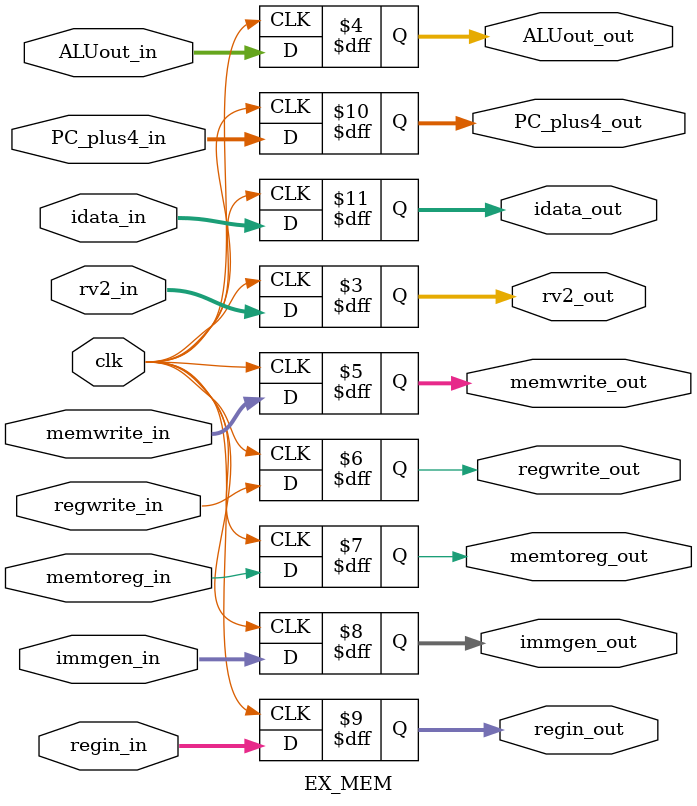
<source format=v>
`timescale 1ns / 1ps
module EX_MEM(
	 input clk,
    input memtoreg_in,
    input regwrite_in,
    input [3:0] memwrite_in,
    //input [31:0] PC_branch_in,
    input [31:0] ALUout_in,
    input [31:0] rv2_in,
    output reg [31:0] rv2_out,
    output reg [31:0] ALUout_out,
    //output reg[31:0] PC_branch_out,
    output reg [3:0] memwrite_out,
    output reg regwrite_out,
    output reg memtoreg_out,
    input [31:0] immgen_in,
    output reg [31:0] immgen_out,
    input [1:0] regin_in,
    output reg [1:0] regin_out,
    input [31:0] PC_plus4_in,
    output reg [31:0] PC_plus4_out,
	 input [31:0] idata_in,
	 output reg [31:0] idata_out
    );
	 
	 initial begin
	regin_out = 0;
	memtoreg_out = 0;
	memwrite_out = 0;
	PC_plus4_out = 0;
	ALUout_out = 0;
	rv2_out = 0;
	immgen_out = 0;
	regwrite_out = 0;
	idata_out = 0;
	end

always @(posedge clk)begin
	regin_out <= regin_in;
	memtoreg_out <= memtoreg_in;
	memwrite_out <= memwrite_in;
	//PC_branch_out <= PC_branch_in;
	PC_plus4_out <= PC_plus4_in;
	ALUout_out <= ALUout_in;
	rv2_out <= rv2_in;
	immgen_out <= immgen_in;
	regwrite_out <= regwrite_in;
	idata_out <= idata_in;
	
	end
endmodule

</source>
